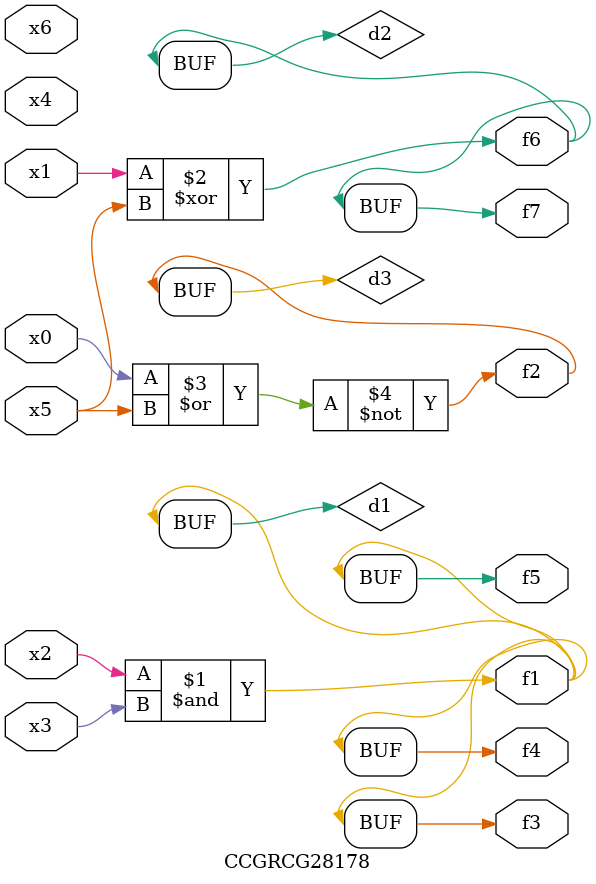
<source format=v>
module CCGRCG28178(
	input x0, x1, x2, x3, x4, x5, x6,
	output f1, f2, f3, f4, f5, f6, f7
);

	wire d1, d2, d3;

	and (d1, x2, x3);
	xor (d2, x1, x5);
	nor (d3, x0, x5);
	assign f1 = d1;
	assign f2 = d3;
	assign f3 = d1;
	assign f4 = d1;
	assign f5 = d1;
	assign f6 = d2;
	assign f7 = d2;
endmodule

</source>
